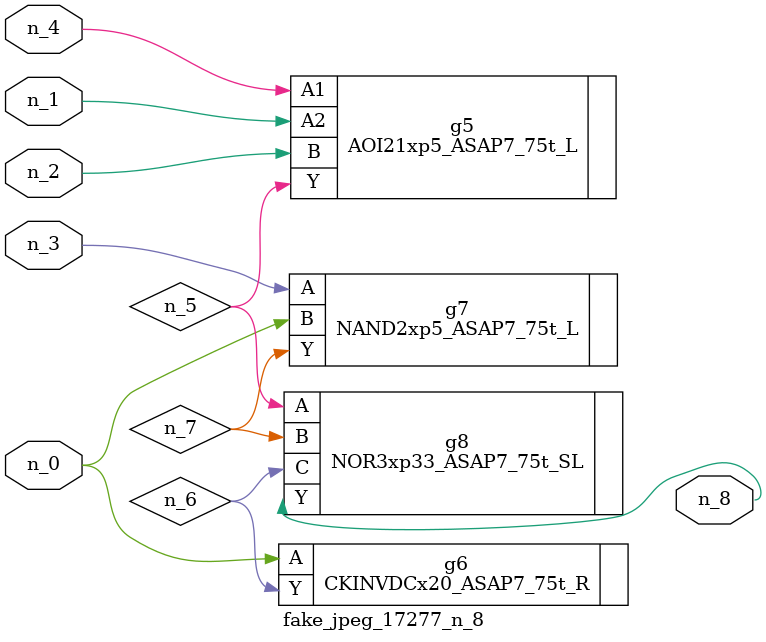
<source format=v>
module fake_jpeg_17277_n_8 (n_3, n_2, n_1, n_0, n_4, n_8);

input n_3;
input n_2;
input n_1;
input n_0;
input n_4;

output n_8;

wire n_6;
wire n_5;
wire n_7;

AOI21xp5_ASAP7_75t_L g5 ( 
.A1(n_4),
.A2(n_1),
.B(n_2),
.Y(n_5)
);

CKINVDCx20_ASAP7_75t_R g6 ( 
.A(n_0),
.Y(n_6)
);

NAND2xp5_ASAP7_75t_L g7 ( 
.A(n_3),
.B(n_0),
.Y(n_7)
);

NOR3xp33_ASAP7_75t_SL g8 ( 
.A(n_5),
.B(n_7),
.C(n_6),
.Y(n_8)
);


endmodule
</source>
